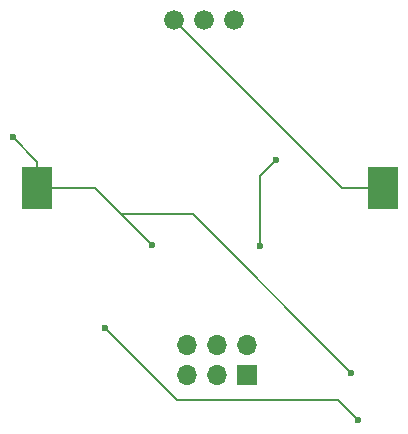
<source format=gbr>
%TF.GenerationSoftware,KiCad,Pcbnew,7.0.5-0*%
%TF.CreationDate,2024-04-01T07:30:38-07:00*%
%TF.ProjectId,StarNecklace,53746172-4e65-4636-9b6c-6163652e6b69,1*%
%TF.SameCoordinates,Original*%
%TF.FileFunction,Copper,L2,Bot*%
%TF.FilePolarity,Positive*%
%FSLAX46Y46*%
G04 Gerber Fmt 4.6, Leading zero omitted, Abs format (unit mm)*
G04 Created by KiCad (PCBNEW 7.0.5-0) date 2024-04-01 07:30:38*
%MOMM*%
%LPD*%
G01*
G04 APERTURE LIST*
%TA.AperFunction,ComponentPad*%
%ADD10R,1.700000X1.700000*%
%TD*%
%TA.AperFunction,ComponentPad*%
%ADD11O,1.700000X1.700000*%
%TD*%
%TA.AperFunction,ComponentPad*%
%ADD12C,1.676400*%
%TD*%
%TA.AperFunction,SMDPad,CuDef*%
%ADD13R,2.600000X3.600000*%
%TD*%
%TA.AperFunction,ViaPad*%
%ADD14C,0.600000*%
%TD*%
%TA.AperFunction,Conductor*%
%ADD15C,0.200000*%
%TD*%
G04 APERTURE END LIST*
D10*
%TO.P,J1,1,Pin_1*%
%TO.N,MISO*%
X100900000Y-80850000D03*
D11*
%TO.P,J1,2,Pin_2*%
%TO.N,VCC*%
X100900000Y-78310000D03*
%TO.P,J1,3,Pin_3*%
%TO.N,SCK*%
X98360000Y-80850000D03*
%TO.P,J1,4,Pin_4*%
%TO.N,MOSI*%
X98360000Y-78310000D03*
%TO.P,J1,5,Pin_5*%
%TO.N,RST*%
X95820000Y-80850000D03*
%TO.P,J1,6,Pin_6*%
%TO.N,GNDREF*%
X95820000Y-78310000D03*
%TD*%
D12*
%TO.P,SW1,1,A*%
%TO.N,unconnected-(SW1-A-Pad1)*%
X99734656Y-50771858D03*
%TO.P,SW1,2,B*%
%TO.N,VCC*%
X97194656Y-50771858D03*
%TO.P,SW1,3,C*%
%TO.N,Net-(BAT1-+)*%
X94654656Y-50771858D03*
%TD*%
D13*
%TO.P,BAT1,1,+*%
%TO.N,Net-(BAT1-+)*%
X112400000Y-65025000D03*
%TO.P,BAT1,2,-*%
%TO.N,GNDREF*%
X83100000Y-65025000D03*
%TD*%
D14*
%TO.N,GNDREF*%
X81075000Y-60700000D03*
X92825000Y-69825000D03*
X81075000Y-60700000D03*
X109700000Y-80675000D03*
%TO.N,VCC*%
X102000000Y-69950000D03*
X103337400Y-62637400D03*
%TO.N,PB4*%
X88850000Y-76850000D03*
X110250000Y-84650000D03*
%TD*%
D15*
%TO.N,GNDREF*%
X88025000Y-65025000D02*
X86575000Y-65025000D01*
X81075000Y-60700000D02*
X81100000Y-60825000D01*
X90237500Y-67237500D02*
X88025000Y-65025000D01*
X83100000Y-65025000D02*
X83100000Y-62825000D01*
X96262500Y-67237500D02*
X90237500Y-67237500D01*
X92825000Y-69825000D02*
X90237500Y-67237500D01*
X83100000Y-62825000D02*
X81075000Y-60700000D01*
X83100000Y-65025000D02*
X88025000Y-65025000D01*
X109700000Y-80675000D02*
X96262500Y-67237500D01*
%TO.N,VCC*%
X103337400Y-62637400D02*
X102000000Y-63974800D01*
X102000000Y-63974800D02*
X102000000Y-69950000D01*
X102000000Y-69950000D02*
X102000000Y-69900000D01*
%TO.N,PB4*%
X110250000Y-84650000D02*
X108535327Y-82935327D01*
X94935327Y-82935327D02*
X88850000Y-76850000D01*
X108535327Y-82935327D02*
X94935327Y-82935327D01*
%TO.N,Net-(BAT1-+)*%
X94654656Y-50771858D02*
X108907798Y-65025000D01*
X108907798Y-65025000D02*
X112400000Y-65025000D01*
%TD*%
M02*

</source>
